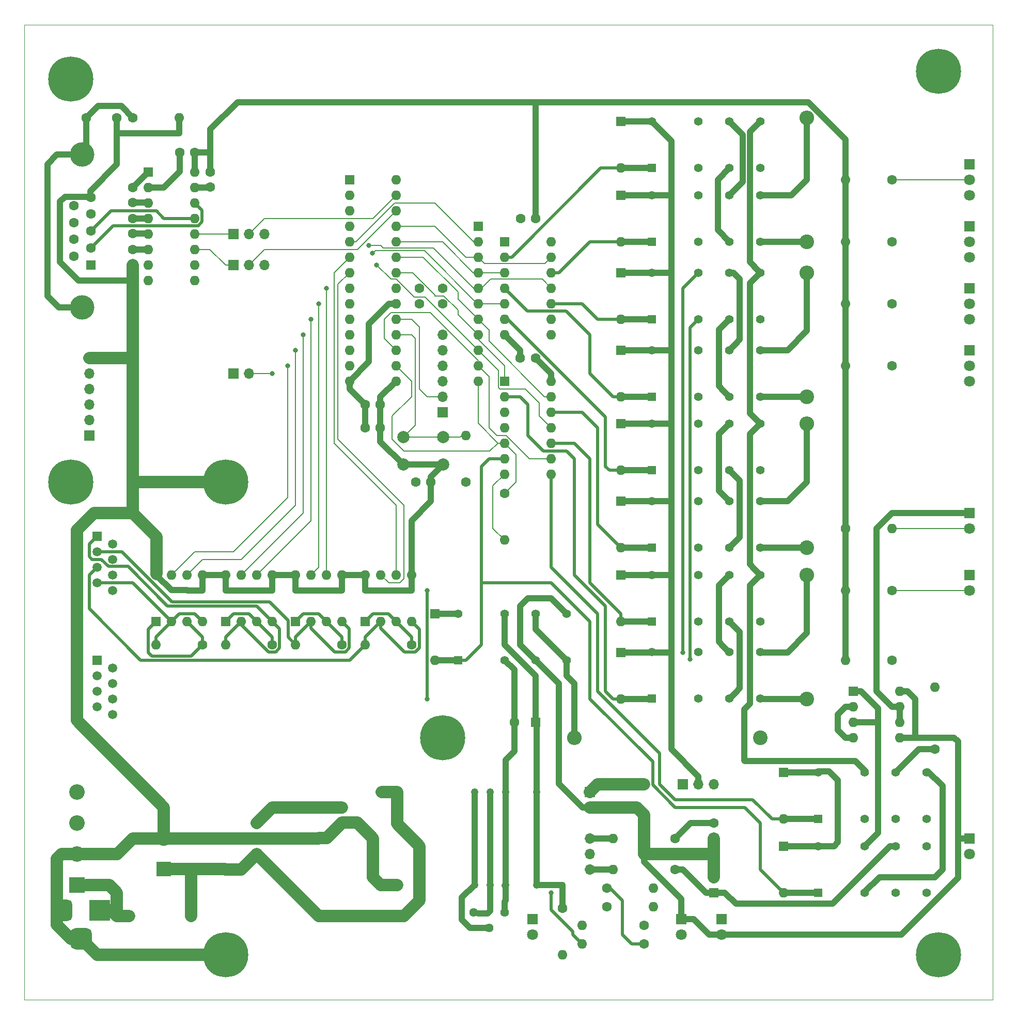
<source format=gbr>
G04 #@! TF.GenerationSoftware,KiCad,Pcbnew,8.0.1*
G04 #@! TF.CreationDate,2024-03-24T02:00:16-07:00*
G04 #@! TF.ProjectId,1d_coinctrl,31645f63-6f69-46e6-9374-726c2e6b6963,4*
G04 #@! TF.SameCoordinates,Original*
G04 #@! TF.FileFunction,Copper,L2,Bot*
G04 #@! TF.FilePolarity,Positive*
%FSLAX46Y46*%
G04 Gerber Fmt 4.6, Leading zero omitted, Abs format (unit mm)*
G04 Created by KiCad (PCBNEW 8.0.1) date 2024-03-24 02:00:16*
%MOMM*%
%LPD*%
G01*
G04 APERTURE LIST*
G04 Aperture macros list*
%AMRoundRect*
0 Rectangle with rounded corners*
0 $1 Rounding radius*
0 $2 $3 $4 $5 $6 $7 $8 $9 X,Y pos of 4 corners*
0 Add a 4 corners polygon primitive as box body*
4,1,4,$2,$3,$4,$5,$6,$7,$8,$9,$2,$3,0*
0 Add four circle primitives for the rounded corners*
1,1,$1+$1,$2,$3*
1,1,$1+$1,$4,$5*
1,1,$1+$1,$6,$7*
1,1,$1+$1,$8,$9*
0 Add four rect primitives between the rounded corners*
20,1,$1+$1,$2,$3,$4,$5,0*
20,1,$1+$1,$4,$5,$6,$7,0*
20,1,$1+$1,$6,$7,$8,$9,0*
20,1,$1+$1,$8,$9,$2,$3,0*%
G04 Aperture macros list end*
G04 #@! TA.AperFunction,ComponentPad*
%ADD10C,1.600000*%
G04 #@! TD*
G04 #@! TA.AperFunction,ComponentPad*
%ADD11R,1.600000X1.600000*%
G04 #@! TD*
G04 #@! TA.AperFunction,ComponentPad*
%ADD12O,1.600000X1.600000*%
G04 #@! TD*
G04 #@! TA.AperFunction,ComponentPad*
%ADD13R,1.800000X1.800000*%
G04 #@! TD*
G04 #@! TA.AperFunction,ComponentPad*
%ADD14C,1.800000*%
G04 #@! TD*
G04 #@! TA.AperFunction,ComponentPad*
%ADD15R,1.500000X1.500000*%
G04 #@! TD*
G04 #@! TA.AperFunction,ComponentPad*
%ADD16C,1.500000*%
G04 #@! TD*
G04 #@! TA.AperFunction,ComponentPad*
%ADD17R,1.700000X1.700000*%
G04 #@! TD*
G04 #@! TA.AperFunction,ComponentPad*
%ADD18O,1.700000X1.700000*%
G04 #@! TD*
G04 #@! TA.AperFunction,ComponentPad*
%ADD19R,1.400000X1.400000*%
G04 #@! TD*
G04 #@! TA.AperFunction,ComponentPad*
%ADD20C,1.400000*%
G04 #@! TD*
G04 #@! TA.AperFunction,ComponentPad*
%ADD21C,1.220000*%
G04 #@! TD*
G04 #@! TA.AperFunction,ComponentPad*
%ADD22C,2.400000*%
G04 #@! TD*
G04 #@! TA.AperFunction,ComponentPad*
%ADD23O,2.400000X2.400000*%
G04 #@! TD*
G04 #@! TA.AperFunction,ComponentPad*
%ADD24C,1.440000*%
G04 #@! TD*
G04 #@! TA.AperFunction,ComponentPad*
%ADD25C,2.000000*%
G04 #@! TD*
G04 #@! TA.AperFunction,ComponentPad*
%ADD26R,1.508000X1.508000*%
G04 #@! TD*
G04 #@! TA.AperFunction,ComponentPad*
%ADD27C,1.508000*%
G04 #@! TD*
G04 #@! TA.AperFunction,ComponentPad*
%ADD28R,2.400000X2.400000*%
G04 #@! TD*
G04 #@! TA.AperFunction,ComponentPad*
%ADD29C,4.000000*%
G04 #@! TD*
G04 #@! TA.AperFunction,ComponentPad*
%ADD30C,7.400000*%
G04 #@! TD*
G04 #@! TA.AperFunction,ComponentPad*
%ADD31R,3.500000X3.500000*%
G04 #@! TD*
G04 #@! TA.AperFunction,ComponentPad*
%ADD32RoundRect,0.750000X-0.750000X-1.000000X0.750000X-1.000000X0.750000X1.000000X-0.750000X1.000000X0*%
G04 #@! TD*
G04 #@! TA.AperFunction,ComponentPad*
%ADD33RoundRect,0.875000X-0.875000X-0.875000X0.875000X-0.875000X0.875000X0.875000X-0.875000X0.875000X0*%
G04 #@! TD*
G04 #@! TA.AperFunction,ComponentPad*
%ADD34R,2.550000X2.550000*%
G04 #@! TD*
G04 #@! TA.AperFunction,ComponentPad*
%ADD35C,2.550000*%
G04 #@! TD*
G04 #@! TA.AperFunction,ViaPad*
%ADD36C,0.800000*%
G04 #@! TD*
G04 #@! TA.AperFunction,Conductor*
%ADD37C,2.000000*%
G04 #@! TD*
G04 #@! TA.AperFunction,Conductor*
%ADD38C,1.000000*%
G04 #@! TD*
G04 #@! TA.AperFunction,Conductor*
%ADD39C,0.200000*%
G04 #@! TD*
G04 #@! TA.AperFunction,Conductor*
%ADD40C,0.500000*%
G04 #@! TD*
G04 #@! TA.AperFunction,Profile*
%ADD41C,0.050000*%
G04 #@! TD*
G04 APERTURE END LIST*
D10*
X157514988Y-138395012D03*
X157514988Y-143395012D03*
D11*
X139734988Y-128235012D03*
D10*
X136234988Y-128235012D03*
X88265000Y-152360000D03*
X88265000Y-147360000D03*
X104174988Y-142205012D03*
X104174988Y-147205012D03*
X111760000Y-76200000D03*
X114260000Y-76200000D03*
X120650000Y-59690000D03*
X120650000Y-57190000D03*
X107984988Y-142205012D03*
X107984988Y-144705012D03*
X139734988Y-45685012D03*
X137234988Y-45685012D03*
D11*
X123224988Y-110455012D03*
D12*
X123224988Y-118075012D03*
D11*
X180374988Y-148555012D03*
D12*
X180374988Y-156175012D03*
D11*
X153704988Y-116805012D03*
D12*
X153704988Y-124425012D03*
D11*
X153704988Y-67275012D03*
D12*
X153704988Y-74895012D03*
D11*
X153704988Y-104105012D03*
D12*
X153704988Y-111725012D03*
D11*
X153704988Y-54575012D03*
D12*
X153704988Y-62195012D03*
D11*
X153704988Y-92040012D03*
D12*
X153704988Y-99660012D03*
D11*
X153704988Y-41875012D03*
D12*
X153704988Y-49495012D03*
D11*
X153704988Y-79340012D03*
D12*
X153704988Y-86960012D03*
D11*
X153704988Y-29810012D03*
D12*
X153704988Y-37430012D03*
D13*
X210854988Y-147285012D03*
D14*
X210854988Y-149825012D03*
D15*
X67818000Y-97755012D03*
D16*
X70358000Y-99025012D03*
X67818000Y-100295012D03*
X70358000Y-101565012D03*
X67818000Y-102835012D03*
X70358000Y-104105012D03*
X67818000Y-105375012D03*
X70358000Y-106645012D03*
D17*
X163864988Y-138395012D03*
D18*
X166404988Y-138395012D03*
X168944988Y-138395012D03*
D15*
X67818000Y-118075012D03*
D16*
X70358000Y-119345012D03*
X67818000Y-120615012D03*
X70358000Y-121885012D03*
X67818000Y-123155012D03*
X70358000Y-124425012D03*
X67818000Y-125695012D03*
X70358000Y-126965012D03*
D19*
X186055000Y-156210000D03*
D20*
X193675000Y-156210000D03*
X198755000Y-156210000D03*
X203835000Y-156210000D03*
X203835000Y-148590000D03*
X198755000Y-148590000D03*
X193675000Y-148590000D03*
X186055000Y-148590000D03*
D19*
X186055000Y-144145000D03*
D20*
X193675000Y-144145000D03*
X198755000Y-144145000D03*
X203835000Y-144145000D03*
X203835000Y-136525000D03*
X198755000Y-136525000D03*
X193675000Y-136525000D03*
X186055000Y-136525000D03*
D19*
X158750000Y-111760000D03*
D20*
X166370000Y-111760000D03*
X171450000Y-111760000D03*
X176530000Y-111760000D03*
X176530000Y-104140000D03*
X171450000Y-104140000D03*
X166370000Y-104140000D03*
X158750000Y-104140000D03*
D19*
X158750000Y-99695000D03*
D20*
X166370000Y-99695000D03*
X171450000Y-99695000D03*
X176530000Y-99695000D03*
X176530000Y-92075000D03*
X171450000Y-92075000D03*
X166370000Y-92075000D03*
X158750000Y-92075000D03*
D19*
X158750000Y-86995000D03*
D20*
X166370000Y-86995000D03*
X171450000Y-86995000D03*
X176530000Y-86995000D03*
X176530000Y-79375000D03*
X171450000Y-79375000D03*
X166370000Y-79375000D03*
X158750000Y-79375000D03*
D19*
X158750000Y-74930000D03*
D20*
X166370000Y-74930000D03*
X171450000Y-74930000D03*
X176530000Y-74930000D03*
X176530000Y-67310000D03*
X171450000Y-67310000D03*
X166370000Y-67310000D03*
X158750000Y-67310000D03*
D19*
X158750000Y-49530000D03*
D20*
X166370000Y-49530000D03*
X171450000Y-49530000D03*
X176530000Y-49530000D03*
X176530000Y-41910000D03*
X171450000Y-41910000D03*
X166370000Y-41910000D03*
X158750000Y-41910000D03*
D19*
X158782500Y-37417500D03*
D20*
X166402500Y-37417500D03*
X171482500Y-37417500D03*
X176562500Y-37417500D03*
X176562500Y-29797500D03*
X171482500Y-29797500D03*
X166402500Y-29797500D03*
X158782500Y-29797500D03*
D19*
X127000000Y-118110000D03*
D20*
X134620000Y-118110000D03*
X139700000Y-118110000D03*
X144780000Y-118110000D03*
X144780000Y-110490000D03*
X139700000Y-110490000D03*
X134620000Y-110490000D03*
X127000000Y-110490000D03*
D21*
X114464988Y-154940000D03*
X117004988Y-154940000D03*
X129704988Y-154940000D03*
X132244988Y-154940000D03*
X134784988Y-154940000D03*
X139864988Y-154940000D03*
X139864988Y-139700000D03*
X134784988Y-139700000D03*
X132244988Y-139700000D03*
X129704988Y-139700000D03*
X117004988Y-139700000D03*
X114464988Y-139700000D03*
D22*
X176564988Y-130775012D03*
D23*
X146084988Y-130775012D03*
D10*
X128270000Y-88900000D03*
D12*
X128270000Y-81280000D03*
D22*
X184184988Y-74895012D03*
D23*
X184184988Y-54575012D03*
D22*
X184184988Y-99660012D03*
D23*
X184184988Y-79340012D03*
D22*
X184184988Y-49495012D03*
D23*
X184184988Y-29175012D03*
D24*
X134605000Y-159430000D03*
X132065000Y-161970000D03*
X129525000Y-159430000D03*
D10*
X198154988Y-118075012D03*
D12*
X190534988Y-118075012D03*
D25*
X118035000Y-81570000D03*
X124535000Y-81570000D03*
X118035000Y-86070000D03*
X124535000Y-86070000D03*
D17*
X148624988Y-139665012D03*
D18*
X148624988Y-142205012D03*
X148624988Y-147285012D03*
X148624988Y-149825012D03*
X148624988Y-152365012D03*
D26*
X93980000Y-149860000D03*
D27*
X93980000Y-147320000D03*
X93980000Y-144780000D03*
D11*
X134654988Y-72355012D03*
D12*
X134654988Y-74895012D03*
X134654988Y-77435012D03*
X134654988Y-79975012D03*
X134654988Y-82515012D03*
X134654988Y-85055012D03*
X134654988Y-87595012D03*
X142274988Y-87595012D03*
X142274988Y-85055012D03*
X142274988Y-82515012D03*
X142274988Y-79975012D03*
X142274988Y-77435012D03*
X142274988Y-74895012D03*
X142274988Y-72355012D03*
D11*
X134654988Y-49495012D03*
D12*
X134654988Y-52035012D03*
X134654988Y-54575012D03*
X134654988Y-57115012D03*
X134654988Y-59655012D03*
X134654988Y-62195012D03*
X134654988Y-64735012D03*
X142274988Y-64735012D03*
X142274988Y-62195012D03*
X142274988Y-59655012D03*
X142274988Y-57115012D03*
X142274988Y-54575012D03*
X142274988Y-52035012D03*
X142274988Y-49495012D03*
D10*
X139694988Y-68545012D03*
X137194988Y-68545012D03*
D19*
X158750000Y-124412500D03*
D20*
X166370000Y-124412500D03*
X171450000Y-124412500D03*
X176530000Y-124412500D03*
X176530000Y-116792500D03*
X171450000Y-116792500D03*
X166370000Y-116792500D03*
X158750000Y-116792500D03*
D11*
X168944988Y-156175012D03*
D10*
X168944988Y-153675012D03*
D11*
X168944988Y-147285012D03*
D10*
X168944988Y-144785012D03*
D28*
X78774988Y-152285012D03*
D22*
X78774988Y-147285012D03*
D10*
X162594988Y-147285012D03*
D12*
X152434988Y-147285012D03*
D10*
X162594988Y-152365012D03*
D12*
X152434988Y-152365012D03*
D13*
X210820000Y-93980000D03*
D14*
X210820000Y-96520000D03*
D19*
X158750000Y-62230000D03*
D20*
X166370000Y-62230000D03*
X171450000Y-62230000D03*
X176530000Y-62230000D03*
X176530000Y-54610000D03*
X171450000Y-54610000D03*
X166370000Y-54610000D03*
X158750000Y-54610000D03*
D11*
X180374988Y-136490012D03*
D12*
X180374988Y-144110012D03*
D10*
X190500000Y-96520000D03*
D12*
X198120000Y-96520000D03*
D10*
X73694988Y-40605012D03*
X73694988Y-43105012D03*
X73694988Y-45685012D03*
X73694988Y-48185012D03*
X83854988Y-34890012D03*
X81354988Y-34890012D03*
X73694988Y-50805012D03*
X73694988Y-53305012D03*
D29*
X65416988Y-35265012D03*
X65416988Y-60265012D03*
D11*
X66836988Y-53305012D03*
D10*
X66836988Y-50535012D03*
X66836988Y-47765012D03*
X66836988Y-44995012D03*
X66836988Y-42225012D03*
X63996988Y-51920012D03*
X63996988Y-49150012D03*
X63996988Y-46380012D03*
X63996988Y-43610012D03*
X73694988Y-29175012D03*
D12*
X81314988Y-29175012D03*
D11*
X76234988Y-38065012D03*
D12*
X76234988Y-40605012D03*
X76234988Y-43145012D03*
X76234988Y-45685012D03*
X76234988Y-48225012D03*
X76234988Y-50765012D03*
X76234988Y-53305012D03*
X76234988Y-55845012D03*
X83854988Y-55845012D03*
X83854988Y-53305012D03*
X83854988Y-50765012D03*
X83854988Y-48225012D03*
X83854988Y-45685012D03*
X83854988Y-43145012D03*
X83854988Y-40605012D03*
X83854988Y-38065012D03*
D10*
X66074988Y-29175012D03*
X71074988Y-29175012D03*
X205139988Y-132680012D03*
D12*
X205139988Y-122520012D03*
D10*
X86394988Y-38065012D03*
X86394988Y-40565012D03*
D30*
X205740000Y-166370000D03*
X63500000Y-22860000D03*
X205740000Y-21555012D03*
X88900000Y-166370000D03*
D10*
X124460000Y-59690000D03*
X124460000Y-57190000D03*
X111760000Y-79990000D03*
X114260000Y-79990000D03*
D30*
X124494988Y-130775012D03*
D10*
X119414988Y-115535012D03*
D12*
X111794988Y-115535012D03*
D10*
X107984988Y-115535012D03*
D12*
X100364988Y-115535012D03*
D11*
X111794988Y-111725012D03*
D12*
X114334988Y-111725012D03*
X116874988Y-111725012D03*
X119414988Y-111725012D03*
X119414988Y-104105012D03*
X116874988Y-104105012D03*
X114334988Y-104105012D03*
X111794988Y-104105012D03*
D11*
X100364988Y-111725012D03*
D12*
X102904988Y-111725012D03*
X105444988Y-111725012D03*
X107984988Y-111725012D03*
X107984988Y-104105012D03*
X105444988Y-104105012D03*
X102904988Y-104105012D03*
X100364988Y-104105012D03*
D11*
X77504988Y-111725012D03*
D12*
X80044988Y-111725012D03*
X82584988Y-111725012D03*
X85124988Y-111725012D03*
X85124988Y-104105012D03*
X82584988Y-104105012D03*
X80044988Y-104105012D03*
X77504988Y-104105012D03*
D10*
X96554988Y-115535012D03*
D12*
X88934988Y-115535012D03*
D10*
X85124988Y-115535012D03*
D12*
X77504988Y-115535012D03*
D11*
X88934988Y-111725012D03*
D12*
X91474988Y-111725012D03*
X94014988Y-111725012D03*
X96554988Y-111725012D03*
X96554988Y-104105012D03*
X94014988Y-104105012D03*
X91474988Y-104105012D03*
X88934988Y-104105012D03*
D10*
X83219988Y-159985012D03*
D12*
X73059988Y-159985012D03*
D30*
X88900000Y-88900000D03*
D13*
X210820000Y-46980000D03*
D14*
X210820000Y-49520000D03*
X210820000Y-52060000D03*
D22*
X184150000Y-124460000D03*
D23*
X184150000Y-104140000D03*
D13*
X210854988Y-36820000D03*
D14*
X210854988Y-39360000D03*
X210854988Y-41900000D03*
D10*
X198154988Y-59690000D03*
D12*
X190534988Y-59690000D03*
D17*
X90170000Y-53340000D03*
D18*
X92710000Y-53340000D03*
X95250000Y-53340000D03*
D10*
X198120000Y-49530000D03*
D12*
X190500000Y-49530000D03*
D13*
X170180000Y-160523000D03*
D14*
X170180000Y-163063000D03*
D10*
X157480000Y-161544000D03*
D12*
X147320000Y-161544000D03*
D13*
X163576000Y-160528000D03*
D14*
X163576000Y-163068000D03*
D11*
X109220000Y-39370000D03*
D12*
X109220000Y-41910000D03*
X109220000Y-44450000D03*
X109220000Y-46990000D03*
X109220000Y-49530000D03*
X109220000Y-52070000D03*
X109220000Y-54610000D03*
X109220000Y-57150000D03*
X109220000Y-59690000D03*
X109220000Y-62230000D03*
X109220000Y-64770000D03*
X109220000Y-67310000D03*
X109220000Y-69850000D03*
X109220000Y-72390000D03*
X116840000Y-72390000D03*
X116840000Y-69850000D03*
X116840000Y-67310000D03*
X116840000Y-64770000D03*
X116840000Y-62230000D03*
X116840000Y-59690000D03*
X116840000Y-57150000D03*
X116840000Y-54610000D03*
X116840000Y-52070000D03*
X116840000Y-49530000D03*
X116840000Y-46990000D03*
X116840000Y-44450000D03*
X116840000Y-41910000D03*
X116840000Y-39370000D03*
D13*
X210820000Y-57150000D03*
D14*
X210820000Y-59690000D03*
X210820000Y-62230000D03*
D10*
X134620000Y-90805000D03*
D12*
X134620000Y-98425000D03*
D10*
X120035000Y-88900000D03*
X122535000Y-88900000D03*
X198120000Y-69850000D03*
D12*
X190500000Y-69850000D03*
D10*
X144145000Y-158750000D03*
D12*
X144145000Y-166370000D03*
D31*
X68230000Y-159062500D03*
D32*
X62230000Y-159062500D03*
D33*
X65230000Y-163762500D03*
D17*
X90170000Y-48260000D03*
D18*
X92710000Y-48260000D03*
X95250000Y-48260000D03*
D13*
X210820000Y-104140000D03*
D14*
X210820000Y-106680000D03*
D17*
X124460000Y-77470000D03*
D18*
X124460000Y-74930000D03*
X124460000Y-72390000D03*
X124460000Y-69850000D03*
X124460000Y-67310000D03*
X124460000Y-64770000D03*
D13*
X139192000Y-160523000D03*
D14*
X139192000Y-163063000D03*
D17*
X90170000Y-71120000D03*
D18*
X92710000Y-71120000D03*
D34*
X64516000Y-154940000D03*
D35*
X64516000Y-149860000D03*
X64516000Y-144780000D03*
X64516000Y-139700000D03*
D10*
X198120000Y-106680000D03*
D12*
X190500000Y-106680000D03*
D10*
X157480000Y-164592000D03*
D12*
X147320000Y-164592000D03*
D10*
X151384000Y-158496000D03*
D12*
X159004000Y-158496000D03*
D13*
X210854988Y-67310000D03*
D14*
X210854988Y-69850000D03*
X210854988Y-72390000D03*
D10*
X198154988Y-39370000D03*
D12*
X190534988Y-39370000D03*
D11*
X130302000Y-46990000D03*
D12*
X130302000Y-49530000D03*
X130302000Y-52070000D03*
X130302000Y-54610000D03*
X130302000Y-57150000D03*
X130302000Y-59690000D03*
X130302000Y-62230000D03*
X130302000Y-64770000D03*
X130302000Y-67310000D03*
X130302000Y-69850000D03*
X130302000Y-72390000D03*
D17*
X66605000Y-81280000D03*
D18*
X66605000Y-78740000D03*
X66605000Y-76200000D03*
X66605000Y-73660000D03*
X66605000Y-71120000D03*
X66605000Y-68580000D03*
D11*
X191780000Y-123200000D03*
D12*
X191780000Y-125740000D03*
X191780000Y-128280000D03*
X191780000Y-130820000D03*
X199400000Y-130820000D03*
X199400000Y-128280000D03*
X199400000Y-125740000D03*
X199400000Y-123200000D03*
D30*
X63500000Y-88900000D03*
D10*
X151384000Y-155448000D03*
D12*
X159004000Y-155448000D03*
D36*
X121954988Y-124425012D03*
X121954988Y-106645012D03*
X163864988Y-116805012D03*
X164994987Y-117935011D03*
X99060000Y-69850000D03*
X100330000Y-67310000D03*
X102870000Y-62230000D03*
X101600000Y-64770000D03*
X104140000Y-59690000D03*
X105444988Y-57184988D03*
X142240000Y-156210000D03*
X96520000Y-71120000D03*
X113665000Y-53340000D03*
X112395000Y-50165000D03*
X113005000Y-51435000D03*
D37*
X120684988Y-157445012D02*
X118144988Y-159985012D01*
X120684988Y-148555012D02*
X120684988Y-157445012D01*
X117004988Y-144875012D02*
X120684988Y-148555012D01*
X114464988Y-139665012D02*
X117004988Y-139665012D01*
X118144988Y-159985012D02*
X104174988Y-159985012D01*
X88854988Y-152285012D02*
X88934988Y-152365012D01*
X88934988Y-152365012D02*
X91474988Y-152365012D01*
X78774988Y-152285012D02*
X83299988Y-152285012D01*
X83219988Y-152365012D02*
X83299988Y-152285012D01*
X83219988Y-159985012D02*
X83219988Y-152365012D01*
X117004988Y-139665012D02*
X117004988Y-144875012D01*
X83299988Y-152285012D02*
X88854988Y-152285012D01*
X104174988Y-159985012D02*
X94014988Y-149825012D01*
X149894988Y-138395012D02*
X157514988Y-138395012D01*
X148624988Y-139665012D02*
X149894988Y-138395012D01*
X91474988Y-152365012D02*
X94014988Y-149825012D01*
D38*
X71074988Y-36875012D02*
X71074988Y-31635012D01*
D37*
X78854988Y-147365012D02*
X78774988Y-147285012D01*
D38*
X137194988Y-68545012D02*
X137194988Y-67275012D01*
D37*
X61214000Y-161474024D02*
X61214000Y-160078500D01*
X61214000Y-160078500D02*
X62230000Y-159062500D01*
D38*
X124535000Y-86070000D02*
X118035000Y-86070000D01*
X119414988Y-106645012D02*
X119414988Y-104105012D01*
X111794988Y-104105012D02*
X109254988Y-104105012D01*
D37*
X168944988Y-149825012D02*
X168944988Y-147285012D01*
D38*
X85124988Y-106645012D02*
X82618884Y-106645012D01*
X208949988Y-153766816D02*
X202096792Y-160620012D01*
X100364988Y-104105012D02*
X96554988Y-104105012D01*
D37*
X73660000Y-68580000D02*
X66605000Y-68580000D01*
X157514988Y-143395012D02*
X157514988Y-149825012D01*
D38*
X143544988Y-138327093D02*
X147422907Y-142205012D01*
X139734988Y-118075012D02*
X137194988Y-115535012D01*
D37*
X73660000Y-68580000D02*
X73694988Y-68614988D01*
X93934988Y-147365012D02*
X94014988Y-147285012D01*
D38*
X208949988Y-147285012D02*
X210854988Y-147285012D01*
X143544988Y-121885012D02*
X143544988Y-138327093D01*
X66709988Y-42098012D02*
X66709988Y-41240012D01*
D37*
X73694988Y-53305012D02*
X73694988Y-68545012D01*
D38*
X118035000Y-86070000D02*
X114260000Y-82295000D01*
X66740988Y-42129012D02*
X66836988Y-42225012D01*
X114260000Y-74970000D02*
X116840000Y-72390000D01*
X114260000Y-79990000D02*
X114260000Y-76200000D01*
X64804988Y-55845012D02*
X61774987Y-52815011D01*
D37*
X61214000Y-161474024D02*
X63502476Y-163762500D01*
X73694988Y-93945012D02*
X67344988Y-93945012D01*
X67344988Y-93945012D02*
X64516000Y-96774000D01*
D38*
X71154988Y-31715012D02*
X71074988Y-31635012D01*
X202096792Y-160620012D02*
X202091988Y-160620012D01*
D37*
X73694988Y-147285012D02*
X71120000Y-149860000D01*
D38*
X96554988Y-104105012D02*
X96554988Y-106645012D01*
D39*
X132715000Y-96520000D02*
X132715000Y-89535000D01*
D38*
X137194988Y-67275012D02*
X134654988Y-64735012D01*
X114260000Y-82295000D02*
X114260000Y-79990000D01*
X119414988Y-95215012D02*
X122555000Y-92075000D01*
X85124988Y-104105012D02*
X85124988Y-106645012D01*
D37*
X78774988Y-147285012D02*
X73694988Y-147285012D01*
X73694988Y-93945012D02*
X77606608Y-97856632D01*
D38*
X199649000Y-163063000D02*
X168143000Y-163063000D01*
D37*
X105484988Y-147205012D02*
X107984988Y-144705012D01*
D38*
X165608000Y-160528000D02*
X163576000Y-160528000D01*
D37*
X114464988Y-154905012D02*
X117004988Y-154905012D01*
D38*
X109254988Y-104105012D02*
X107984988Y-104105012D01*
X73694988Y-55845012D02*
X64804988Y-55845012D01*
D39*
X132715000Y-89535000D02*
X134654988Y-87595012D01*
D37*
X73694988Y-68545012D02*
X73660000Y-68580000D01*
D38*
X157514988Y-151164988D02*
X157514988Y-149825012D01*
X100364988Y-106645012D02*
X107984988Y-106645012D01*
X202091988Y-160620012D02*
X199649000Y-163063000D01*
D37*
X64516000Y-127946024D02*
X78774988Y-142205012D01*
D38*
X66709988Y-41240012D02*
X71074988Y-36875012D01*
X122535000Y-88900000D02*
X122535000Y-88070000D01*
X201920000Y-130820000D02*
X199400000Y-130820000D01*
X111794988Y-106645012D02*
X119414988Y-106645012D01*
D37*
X73694988Y-68614988D02*
X73694988Y-88900000D01*
D38*
X138464988Y-107915012D02*
X142274988Y-107915012D01*
X208949988Y-131410012D02*
X208949988Y-153766816D01*
D37*
X94014988Y-147285012D02*
X104094988Y-147285012D01*
D38*
X61774987Y-42909211D02*
X62555186Y-42129012D01*
D37*
X65230000Y-163762500D02*
X67837500Y-166370000D01*
X73694988Y-78774988D02*
X73694988Y-93945012D01*
X113064988Y-153635012D02*
X114334988Y-154905012D01*
D38*
X61774987Y-52815011D02*
X61774987Y-42909211D01*
X114260000Y-76200000D02*
X114260000Y-74970000D01*
X163576000Y-157226000D02*
X157514988Y-151164988D01*
X81314988Y-31715012D02*
X71154988Y-31715012D01*
D37*
X110484988Y-144705012D02*
X113064988Y-147285012D01*
D38*
X88934988Y-104105012D02*
X85124988Y-104105012D01*
D37*
X63502476Y-163762500D02*
X65230000Y-163762500D01*
D38*
X122555000Y-92075000D02*
X122535000Y-92055000D01*
D37*
X114334988Y-154905012D02*
X114464988Y-154905012D01*
X71120000Y-149860000D02*
X61976000Y-149860000D01*
X104174988Y-147205012D02*
X105484988Y-147205012D01*
X73694988Y-88900000D02*
X88900000Y-88900000D01*
D38*
X137194988Y-109185012D02*
X138464988Y-107915012D01*
X82601936Y-106628064D02*
X80028040Y-106628064D01*
X83854988Y-40605012D02*
X86354988Y-40605012D01*
X96554988Y-106645012D02*
X88934988Y-106645012D01*
X137194988Y-115535012D02*
X137194988Y-109185012D01*
D37*
X104094988Y-147285012D02*
X104174988Y-147205012D01*
X156324988Y-142205012D02*
X157514988Y-143395012D01*
D38*
X111794988Y-106645012D02*
X111794988Y-104105012D01*
D37*
X113064988Y-147285012D02*
X113064988Y-153635012D01*
X61976000Y-149860000D02*
X61214000Y-150622000D01*
D38*
X107984988Y-106645012D02*
X107984988Y-104105012D01*
X142274988Y-107915012D02*
X144814988Y-110455012D01*
X208270000Y-130820000D02*
X208314988Y-130775012D01*
X208314988Y-130775012D02*
X208949988Y-131410012D01*
X139734988Y-118075012D02*
X143544988Y-121885012D01*
X81314988Y-29175012D02*
X81314988Y-31715012D01*
X201920000Y-130820000D02*
X208270000Y-130820000D01*
D37*
X88934988Y-147365012D02*
X93934988Y-147365012D01*
D38*
X168143000Y-163063000D02*
X165608000Y-160528000D01*
D37*
X67837500Y-166370000D02*
X88900000Y-166370000D01*
D38*
X119414988Y-104105012D02*
X119414988Y-95215012D01*
X100364988Y-106645012D02*
X100364988Y-104105012D01*
X163576000Y-160528000D02*
X163576000Y-157226000D01*
X122535000Y-92055000D02*
X122535000Y-88900000D01*
X80028040Y-106628064D02*
X77504988Y-104105012D01*
X201930000Y-130810000D02*
X201930000Y-124460000D01*
X147422907Y-142205012D02*
X148624988Y-142205012D01*
X66836988Y-42225012D02*
X66709988Y-42098012D01*
D37*
X64516000Y-96774000D02*
X64516000Y-127946024D01*
D38*
X62555186Y-42129012D02*
X66740988Y-42129012D01*
D37*
X77606608Y-97856632D02*
X77606608Y-104003392D01*
D38*
X201930000Y-124460000D02*
X200670000Y-123200000D01*
X122535000Y-88070000D02*
X124535000Y-86070000D01*
X88934988Y-106645012D02*
X88934988Y-104105012D01*
X201920000Y-130820000D02*
X201930000Y-130810000D01*
D37*
X107984988Y-144705012D02*
X110484988Y-144705012D01*
X168944988Y-149825012D02*
X168944988Y-153675012D01*
X157514988Y-149825012D02*
X168944988Y-149825012D01*
D38*
X82618884Y-106645012D02*
X82601936Y-106628064D01*
D37*
X61214000Y-150622000D02*
X61214000Y-161474024D01*
D39*
X134620000Y-98425000D02*
X132715000Y-96520000D01*
D38*
X86354988Y-40605012D02*
X86394988Y-40565012D01*
X200670000Y-123200000D02*
X199400000Y-123200000D01*
D37*
X78774988Y-142205012D02*
X78774988Y-147285012D01*
D38*
X71074988Y-29175012D02*
X71074988Y-31635012D01*
D37*
X148624988Y-142205012D02*
X156324988Y-142205012D01*
X88934988Y-147365012D02*
X78854988Y-147365012D01*
D38*
X144145000Y-154940000D02*
X144145000Y-158750000D01*
X139734988Y-128235012D02*
X139864988Y-128365012D01*
X134654988Y-111869225D02*
X134654988Y-110455012D01*
X139734988Y-120639010D02*
X134654988Y-115559010D01*
X139864988Y-128365012D02*
X139864988Y-154940000D01*
X134654988Y-115559010D02*
X134654988Y-111869225D01*
X139864988Y-154940000D02*
X144145000Y-154940000D01*
X139734988Y-128235012D02*
X139734988Y-120639010D01*
X134784988Y-154905012D02*
X134784988Y-153670000D01*
X134784988Y-157480000D02*
X134784988Y-156210000D01*
X134784988Y-134455012D02*
X136234988Y-133005012D01*
X136234988Y-119655012D02*
X134654988Y-118075012D01*
X136234988Y-133005012D02*
X136234988Y-128235012D01*
X134654988Y-155035012D02*
X134784988Y-154905012D01*
X134784988Y-156210000D02*
X134784988Y-154940000D01*
X134784988Y-153670000D02*
X134784988Y-134455012D01*
X134784988Y-157480000D02*
X134605000Y-157659988D01*
X134605000Y-157659988D02*
X134605000Y-159430000D01*
X134784988Y-153670000D02*
X134784988Y-154940000D01*
X136234988Y-128235012D02*
X136234988Y-119655012D01*
X112395000Y-69215000D02*
X112395000Y-63003630D01*
X142274988Y-72355012D02*
X142274988Y-71125012D01*
X190534988Y-118075012D02*
X190534988Y-32772210D01*
X86394988Y-38065012D02*
X86394988Y-34959988D01*
D37*
X94014988Y-144745012D02*
X96554988Y-142205012D01*
D38*
X86360000Y-31115000D02*
X86360000Y-34925000D01*
X115708630Y-59690000D02*
X116840000Y-59690000D01*
X90839988Y-26635012D02*
X86360000Y-31115000D01*
X149894988Y-26635012D02*
X90839988Y-26635012D01*
X111760000Y-76200000D02*
X111760000Y-79990000D01*
X86394988Y-34959988D02*
X86360000Y-34925000D01*
D37*
X96554988Y-142205012D02*
X104174988Y-142205012D01*
D38*
X83889976Y-34925000D02*
X83854988Y-34890012D01*
X149894988Y-26635012D02*
X139734988Y-26635012D01*
D37*
X104174988Y-142205012D02*
X107984988Y-142205012D01*
D38*
X109220000Y-72390000D02*
X112395000Y-69215000D01*
X184397790Y-26635012D02*
X149894988Y-26635012D01*
X109220000Y-72390000D02*
X109220000Y-73660000D01*
X112395000Y-63003630D02*
X115708630Y-59690000D01*
X142274988Y-71125012D02*
X139694988Y-68545012D01*
X139734988Y-26635012D02*
X139734988Y-45685012D01*
X86360000Y-34925000D02*
X83889976Y-34925000D01*
X83854988Y-34890012D02*
X83854988Y-38065012D01*
X109220000Y-73660000D02*
X111760000Y-76200000D01*
X190534988Y-32772210D02*
X184397790Y-26635012D01*
X76194988Y-50805012D02*
X76234988Y-50765012D01*
X73694988Y-50805012D02*
X76194988Y-50805012D01*
X76194988Y-43105012D02*
X76234988Y-43145012D01*
X73694988Y-43105012D02*
X76194988Y-43105012D01*
D40*
X88934988Y-115535012D02*
X88934988Y-114265012D01*
X88934988Y-114265012D02*
X91474988Y-111725012D01*
X97764989Y-112935013D02*
X96554988Y-111725012D01*
X91474988Y-112245814D02*
X95974187Y-116745013D01*
X97135789Y-116745013D02*
X97764989Y-116115813D01*
X97764989Y-116115813D02*
X97764989Y-112935013D01*
X95974187Y-116745013D02*
X97135789Y-116745013D01*
X91474988Y-111725012D02*
X91474988Y-112245814D01*
X67021012Y-101565012D02*
X68545012Y-101565012D01*
X69705013Y-102725013D02*
X72918189Y-102725013D01*
X72918189Y-102725013D02*
X79378188Y-109185012D01*
X67818000Y-97755012D02*
X66548000Y-99025012D01*
X79378188Y-109185012D02*
X94014988Y-109185012D01*
X68545012Y-101565012D02*
X69705013Y-102725013D01*
X66548000Y-101092000D02*
X67021012Y-101565012D01*
X94014988Y-109185012D02*
X96554988Y-111725012D01*
X66548000Y-99025012D02*
X66548000Y-101092000D01*
X100364988Y-114265012D02*
X102904988Y-111725012D01*
X96079175Y-108525001D02*
X99154987Y-111600813D01*
X109194989Y-116115813D02*
X109194989Y-112935013D01*
X109194989Y-112935013D02*
X107984988Y-111725012D01*
X67818000Y-100295012D02*
X71904186Y-100295012D01*
X102904988Y-112856382D02*
X106793619Y-116745013D01*
X80134175Y-108525001D02*
X96079175Y-108525001D01*
X99154987Y-111600813D02*
X99154987Y-114325011D01*
X106793619Y-116745013D02*
X108565789Y-116745013D01*
X100364988Y-115535012D02*
X100364988Y-114265012D01*
X71904186Y-100295012D02*
X80134175Y-108525001D01*
X99154987Y-114325011D02*
X100364988Y-115535012D01*
X102904988Y-111725012D02*
X102904988Y-112856382D01*
X108565789Y-116745013D02*
X109194989Y-116115813D01*
X66548000Y-109658024D02*
X74964988Y-118075012D01*
X66548000Y-104105012D02*
X66548000Y-109658024D01*
X111794988Y-115535012D02*
X111794988Y-114265012D01*
X120684988Y-112995012D02*
X120684988Y-116055814D01*
X119414988Y-111725012D02*
X120684988Y-112995012D01*
X111794988Y-114265012D02*
X114334988Y-111725012D01*
X114334988Y-112856382D02*
X114334988Y-111725012D01*
X119995789Y-116745013D02*
X118223619Y-116745013D01*
X74964988Y-118075012D02*
X109254988Y-118075012D01*
X120684988Y-116055814D02*
X119995789Y-116745013D01*
X109254988Y-118075012D02*
X111794988Y-115535012D01*
X67818000Y-102835012D02*
X66548000Y-104105012D01*
X118223619Y-116745013D02*
X114334988Y-112856382D01*
X77504988Y-115535012D02*
X77504988Y-114265012D01*
X77504988Y-114265012D02*
X80044988Y-111725012D01*
X83854988Y-110455012D02*
X85124988Y-111725012D01*
X80044988Y-111725012D02*
X81314988Y-110455012D01*
X81314988Y-110455012D02*
X83854988Y-110455012D01*
X73694988Y-105375012D02*
X80044988Y-111725012D01*
X67818000Y-105375012D02*
X73694988Y-105375012D01*
X121954988Y-106645012D02*
X121954988Y-124425012D01*
X163864988Y-57115012D02*
X166404988Y-54575012D01*
X163864988Y-116805012D02*
X163864988Y-57115012D01*
X165134988Y-63465012D02*
X164994987Y-63605013D01*
X166404988Y-62195012D02*
X165134988Y-63465012D01*
X164994987Y-63605013D02*
X164994987Y-117935011D01*
D39*
X128270000Y-81280000D02*
X127635000Y-81280000D01*
X120015000Y-79590000D02*
X118035000Y-81570000D01*
X119380000Y-64770000D02*
X120015000Y-65405000D01*
X127345000Y-81570000D02*
X124535000Y-81570000D01*
X127635000Y-81280000D02*
X127345000Y-81570000D01*
X120015000Y-65405000D02*
X120015000Y-79590000D01*
X124535000Y-81570000D02*
X118035000Y-81570000D01*
X116840000Y-64770000D02*
X119380000Y-64770000D01*
D40*
X153924000Y-163068000D02*
X153924000Y-157480000D01*
X151892000Y-155448000D02*
X151384000Y-155448000D01*
X157480000Y-164592000D02*
X155448000Y-164592000D01*
X155448000Y-164592000D02*
X153924000Y-163068000D01*
X153924000Y-157480000D02*
X151892000Y-155448000D01*
D38*
X76234988Y-38065012D02*
X73694988Y-40605012D01*
X73694988Y-48185012D02*
X76194988Y-48185012D01*
X76194988Y-48185012D02*
X76234988Y-48225012D01*
X76234988Y-45685012D02*
X73694988Y-45685012D01*
X59724988Y-58385012D02*
X61604988Y-60265012D01*
X65416988Y-35265012D02*
X61254988Y-35265012D01*
X71789988Y-27270012D02*
X73694988Y-29175012D01*
X59724988Y-36795012D02*
X59724988Y-58385012D01*
X61604988Y-60265012D02*
X65416988Y-60265012D01*
X66074988Y-29175012D02*
X66074988Y-34607012D01*
X66074988Y-34607012D02*
X65416988Y-35265012D01*
X66074988Y-29175012D02*
X67979988Y-27270012D01*
X61254988Y-35265012D02*
X59724988Y-36795012D01*
X67979988Y-27270012D02*
X71789988Y-27270012D01*
X78774988Y-40605012D02*
X76234988Y-40605012D01*
X81354988Y-34890012D02*
X81354988Y-38025012D01*
X81354988Y-38025012D02*
X78774988Y-40605012D01*
D39*
X83820000Y-100330000D02*
X80044988Y-104105012D01*
X99060000Y-69850000D02*
X99060000Y-91440000D01*
X90170000Y-100330000D02*
X83820000Y-100330000D01*
X99060000Y-91440000D02*
X90170000Y-100330000D01*
X100330000Y-92710000D02*
X91440000Y-101600000D01*
X91440000Y-101600000D02*
X85090000Y-101600000D01*
X85090000Y-101600000D02*
X82584988Y-104105012D01*
X100330000Y-67310000D02*
X100330000Y-92710000D01*
X102870000Y-95250000D02*
X94014988Y-104105012D01*
X102870000Y-62230000D02*
X102870000Y-95250000D01*
X101600000Y-93980000D02*
X91474988Y-104105012D01*
X101600000Y-64770000D02*
X101600000Y-93980000D01*
X210820000Y-106680000D02*
X198120000Y-106680000D01*
X210844988Y-39370000D02*
X210854988Y-39360000D01*
X198154988Y-39370000D02*
X210844988Y-39370000D01*
D40*
X66836988Y-50535012D02*
X70476987Y-46895013D01*
X70476987Y-46895013D02*
X84435789Y-46895013D01*
X84435789Y-46895013D02*
X85064989Y-46265813D01*
X85064989Y-44355013D02*
X83854988Y-43145012D01*
X85064989Y-46265813D02*
X85064989Y-44355013D01*
D39*
X104140000Y-59690000D02*
X104140000Y-102870000D01*
X104140000Y-102870000D02*
X102904988Y-104105012D01*
D38*
X161959988Y-116805012D02*
X161959988Y-132680012D01*
X153704988Y-54575012D02*
X158784988Y-54575012D01*
X153704988Y-29810012D02*
X158784988Y-29810012D01*
X158784988Y-116805012D02*
X161959988Y-116805012D01*
X161959988Y-32985012D02*
X161959988Y-41875012D01*
X161959988Y-41875012D02*
X161959988Y-54575012D01*
X158784988Y-29810012D02*
X161959988Y-32985012D01*
X158784988Y-79340012D02*
X153704988Y-79340012D01*
X187794989Y-136290013D02*
X186189989Y-136290013D01*
X180374988Y-148555012D02*
X188629988Y-148555012D01*
X161959988Y-54575012D02*
X161959988Y-67275012D01*
X186189989Y-136290013D02*
X185989990Y-136490012D01*
X189264988Y-137760012D02*
X187794989Y-136290013D01*
X161959988Y-116805012D02*
X161959988Y-104105012D01*
X153704988Y-41875012D02*
X158784988Y-41875012D01*
X158784988Y-104105012D02*
X153704988Y-104105012D01*
X158784988Y-54575012D02*
X161959988Y-54575012D01*
X185989990Y-136490012D02*
X180374988Y-136490012D01*
X161959988Y-92040012D02*
X161959988Y-104105012D01*
X166404988Y-138395012D02*
X166404988Y-137125012D01*
X158784988Y-116805012D02*
X153704988Y-116805012D01*
X161959988Y-79340012D02*
X161959988Y-92040012D01*
X189264988Y-147920012D02*
X189264988Y-137760012D01*
X158784988Y-92040012D02*
X161959988Y-92040012D01*
X158784988Y-104105012D02*
X161959988Y-104105012D01*
X127034988Y-110455012D02*
X123224988Y-110455012D01*
X161959988Y-67275012D02*
X161959988Y-79340012D01*
X158784988Y-92040012D02*
X153704988Y-92040012D01*
X158784988Y-67275012D02*
X153704988Y-67275012D01*
X158784988Y-67275012D02*
X161959988Y-67275012D01*
X158784988Y-79340012D02*
X161959988Y-79340012D01*
X166404988Y-137125012D02*
X161959988Y-132680012D01*
X188629988Y-148555012D02*
X189264988Y-147920012D01*
X158784988Y-41875012D02*
X161959988Y-41875012D01*
D40*
X119414988Y-114265012D02*
X116874988Y-111725012D01*
X113064988Y-110455012D02*
X115604988Y-110455012D01*
X115604988Y-110455012D02*
X116874988Y-111725012D01*
X119414988Y-115535012D02*
X119414988Y-114265012D01*
X111794988Y-111725012D02*
X113064988Y-110455012D01*
D38*
X167674988Y-156175012D02*
X168944988Y-156175012D01*
X172559990Y-157990014D02*
X188382987Y-157990014D01*
X197783001Y-148590000D02*
X198755000Y-148590000D01*
X188382987Y-157990014D02*
X197783001Y-148590000D01*
X168944988Y-156175012D02*
X170744988Y-156175012D01*
X162594988Y-152365012D02*
X163864988Y-152365012D01*
X170744988Y-156175012D02*
X172559990Y-157990014D01*
X163864988Y-152365012D02*
X167674988Y-156175012D01*
X165134988Y-144745012D02*
X165174988Y-144785012D01*
X165174988Y-144785012D02*
X168944988Y-144785012D01*
X162594988Y-147285012D02*
X165134988Y-144745012D01*
D40*
X148624988Y-111725012D02*
X142274988Y-105375012D01*
X158924999Y-134725023D02*
X148624988Y-124425012D01*
X162594988Y-142205012D02*
X158924999Y-138535023D01*
X148624988Y-124425012D02*
X148624988Y-111725012D01*
D38*
X180409976Y-156210000D02*
X186109976Y-156210000D01*
D40*
X134654988Y-85055012D02*
X132114988Y-85055012D01*
X130844988Y-86325012D02*
X130844988Y-105375012D01*
X128304988Y-118075012D02*
X127034988Y-118075012D01*
X130844988Y-115535012D02*
X128304988Y-118075012D01*
X130844988Y-105375012D02*
X130844988Y-115535012D01*
X176564988Y-152365012D02*
X176564988Y-144745012D01*
D38*
X180374988Y-156175012D02*
X180409976Y-156210000D01*
D40*
X158924999Y-138535023D02*
X158924999Y-134725023D01*
X174024988Y-142205012D02*
X162594988Y-142205012D01*
X180374988Y-156175012D02*
X176564988Y-152365012D01*
X132114988Y-85055012D02*
X130844988Y-86325012D01*
X130844988Y-105375012D02*
X142274988Y-105375012D01*
D38*
X127034988Y-118075012D02*
X123224988Y-118075012D01*
D40*
X176564988Y-144745012D02*
X174024988Y-142205012D01*
D38*
X198120000Y-93980000D02*
X210820000Y-93980000D01*
X195614988Y-96485012D02*
X198120000Y-93980000D01*
X195614988Y-121885012D02*
X195614988Y-96485012D01*
X195580000Y-121920000D02*
X195614988Y-121885012D01*
X199400000Y-125740000D02*
X198130000Y-125740000D01*
X199400000Y-125740000D02*
X199400000Y-128280000D01*
X195580000Y-123190000D02*
X195580000Y-121920000D01*
X198130000Y-125740000D02*
X195580000Y-123190000D01*
D40*
X162594988Y-140935012D02*
X175294988Y-140935012D01*
X149894988Y-123155012D02*
X160054988Y-133315012D01*
X160054988Y-133315012D02*
X160054988Y-138395012D01*
X160054988Y-138395012D02*
X162594988Y-140935012D01*
X149894988Y-110455012D02*
X149894988Y-123155012D01*
X142274988Y-102835012D02*
X149894988Y-110455012D01*
D38*
X180374988Y-144110012D02*
X185989990Y-144110012D01*
X185989990Y-144110012D02*
X186189989Y-143910013D01*
D40*
X142274988Y-87595012D02*
X142274988Y-102835012D01*
X175294988Y-140935012D02*
X178469988Y-144110012D01*
X178469988Y-144110012D02*
X180374988Y-144110012D01*
X141004988Y-83785012D02*
X138464988Y-81245012D01*
X151164988Y-123155012D02*
X151164988Y-109185012D01*
X151164988Y-109185012D02*
X146084988Y-104105012D01*
X138464988Y-76165012D02*
X137194988Y-74895012D01*
X146084988Y-85055012D02*
X144814988Y-83785012D01*
X144814988Y-83785012D02*
X141004988Y-83785012D01*
X137194988Y-74895012D02*
X134654988Y-74895012D01*
X152434988Y-124425012D02*
X151164988Y-123155012D01*
D38*
X158784988Y-124425012D02*
X153704988Y-124425012D01*
D40*
X138464988Y-81245012D02*
X138464988Y-76165012D01*
X146084988Y-104105012D02*
X146084988Y-85055012D01*
X153704988Y-124425012D02*
X152434988Y-124425012D01*
X148624988Y-71085012D02*
X148624988Y-64735012D01*
X152434988Y-74895012D02*
X148624988Y-71085012D01*
X144754989Y-60865013D02*
X138404989Y-60865013D01*
X153704988Y-74895012D02*
X152434988Y-74895012D01*
X138404989Y-60865013D02*
X134654988Y-57115012D01*
D38*
X158784988Y-74895012D02*
X153704988Y-74895012D01*
D40*
X148624988Y-64735012D02*
X144754989Y-60865013D01*
X146084988Y-82515012D02*
X142274988Y-82515012D01*
X153704988Y-111725012D02*
X153704988Y-110455012D01*
X153704988Y-110455012D02*
X148624988Y-105375012D01*
X148624988Y-105375012D02*
X148624988Y-85055012D01*
X148624988Y-85055012D02*
X146084988Y-82515012D01*
D38*
X158784988Y-111725012D02*
X153704988Y-111725012D01*
D40*
X149894988Y-62195012D02*
X153704988Y-62195012D01*
X142274988Y-59655012D02*
X147354988Y-59655012D01*
X147354988Y-59655012D02*
X149894988Y-62195012D01*
D38*
X158784988Y-62195012D02*
X153704988Y-62195012D01*
D40*
X149894988Y-79975012D02*
X149894988Y-95850012D01*
X142274988Y-77435012D02*
X147354988Y-77435012D01*
X149894988Y-95850012D02*
X153704988Y-99660012D01*
D38*
X158784988Y-99660012D02*
X153704988Y-99660012D01*
D40*
X147354988Y-77435012D02*
X149894988Y-79975012D01*
X143544988Y-54575012D02*
X148624988Y-49495012D01*
X148624988Y-49495012D02*
X153704988Y-49495012D01*
D38*
X158784988Y-49495012D02*
X153704988Y-49495012D01*
D40*
X142274988Y-54575012D02*
X143544988Y-54575012D01*
X151164988Y-86325012D02*
X151164988Y-78224210D01*
D38*
X158784988Y-86960012D02*
X153704988Y-86960012D01*
D40*
X151164988Y-78224210D02*
X135135790Y-62195012D01*
X153704988Y-86960012D02*
X151799988Y-86960012D01*
X135135790Y-62195012D02*
X134654988Y-62195012D01*
X151799988Y-86960012D02*
X151164988Y-86325012D01*
X135786358Y-52035012D02*
X150391358Y-37430012D01*
X134654988Y-52035012D02*
X135786358Y-52035012D01*
D38*
X153704988Y-37430012D02*
X158784988Y-37430012D01*
D40*
X150391358Y-37430012D02*
X153704988Y-37430012D01*
D38*
X193675000Y-156083000D02*
X196122988Y-153635012D01*
X196122988Y-153635012D02*
X205139988Y-153635012D01*
X205139988Y-153635012D02*
X206409988Y-152365012D01*
X206409988Y-152365012D02*
X206409988Y-138730012D01*
X193675000Y-156210000D02*
X193675000Y-156083000D01*
X206409988Y-138730012D02*
X203969989Y-136290013D01*
X175564989Y-103105013D02*
X176564988Y-104105012D01*
X173954998Y-134515022D02*
X173954998Y-126151002D01*
X174029988Y-134590012D02*
X173954998Y-134515022D01*
X174864987Y-105805013D02*
X176564988Y-104105012D01*
X174864987Y-56275013D02*
X174864987Y-77640011D01*
X174864987Y-102405011D02*
X175564989Y-103105013D01*
X192109988Y-134590012D02*
X174029988Y-134590012D01*
X176564988Y-79340012D02*
X174864987Y-81040013D01*
X175564989Y-53575013D02*
X176564988Y-54575012D01*
X174864987Y-77640011D02*
X175564989Y-78340013D01*
X193809989Y-136290013D02*
X192109988Y-134590012D01*
X176564988Y-29810012D02*
X174864987Y-31510013D01*
X176564988Y-54575012D02*
X174864987Y-56275013D01*
X174864987Y-125241013D02*
X174864987Y-105805013D01*
X173954998Y-126151002D02*
X174864987Y-125241013D01*
X174864987Y-31510013D02*
X174864987Y-52875011D01*
X175564989Y-78340013D02*
X176564988Y-79340012D01*
X174864987Y-52875011D02*
X176564988Y-54575012D01*
X174864987Y-81040013D02*
X174864987Y-102405011D01*
D39*
X105444988Y-57184988D02*
X105410000Y-57150000D01*
X105444988Y-104105012D02*
X105444988Y-57184988D01*
X118110000Y-104775000D02*
X118110000Y-92710000D01*
X107315000Y-56515000D02*
X109220000Y-54610000D01*
X118110000Y-92710000D02*
X107315000Y-81915000D01*
X107315000Y-81915000D02*
X107315000Y-56515000D01*
X115639976Y-105410000D02*
X117475000Y-105410000D01*
X114334988Y-104105012D02*
X115639976Y-105410000D01*
X117475000Y-105410000D02*
X118110000Y-104775000D01*
X116874988Y-92744988D02*
X106680000Y-82550000D01*
X106680000Y-82550000D02*
X106680000Y-54610000D01*
X116874988Y-104105012D02*
X116874988Y-92744988D01*
X106680000Y-54610000D02*
X109220000Y-52070000D01*
D40*
X78774988Y-45685012D02*
X77564987Y-44475011D01*
X83854988Y-45685012D02*
X78774988Y-45685012D01*
X70126989Y-44475011D02*
X66836988Y-47765012D01*
X77564987Y-44475011D02*
X70126989Y-44475011D01*
D38*
X172484987Y-123425013D02*
X171484988Y-124425012D01*
X173184989Y-113425013D02*
X173184989Y-122725011D01*
X171484988Y-111725012D02*
X173184989Y-113425013D01*
X173184989Y-122725011D02*
X172484987Y-123425013D01*
X170484989Y-115805013D02*
X171484988Y-116805012D01*
X169784987Y-115105011D02*
X170484989Y-115805013D01*
X169784987Y-105805013D02*
X169784987Y-115105011D01*
X171484988Y-104105012D02*
X169784987Y-105805013D01*
X181009988Y-92040012D02*
X184184988Y-88865012D01*
X176564988Y-92040012D02*
X181009988Y-92040012D01*
X184184988Y-88865012D02*
X184184988Y-79340012D01*
X176564988Y-99660012D02*
X184184988Y-99660012D01*
D40*
X107984988Y-114265012D02*
X105444988Y-111725012D01*
X107984988Y-115535012D02*
X107984988Y-114265012D01*
X104174988Y-110455012D02*
X105444988Y-111725012D01*
X100364988Y-111725012D02*
X101634988Y-110455012D01*
X101634988Y-110455012D02*
X104174988Y-110455012D01*
D38*
X176564988Y-74895012D02*
X184184988Y-74895012D01*
D39*
X210820000Y-96520000D02*
X198120000Y-96520000D01*
D37*
X73059988Y-159985012D02*
X71085012Y-159985012D01*
X70162500Y-159062500D02*
X68230000Y-159062500D01*
X71085012Y-156175012D02*
X69850000Y-154940000D01*
X71085012Y-159985012D02*
X71085012Y-156175012D01*
X71085012Y-159985012D02*
X70162500Y-159062500D01*
X69850000Y-154940000D02*
X66040000Y-154940000D01*
D40*
X145796000Y-163068000D02*
X147320000Y-164592000D01*
X145796000Y-162560000D02*
X145796000Y-163068000D01*
X142240000Y-156210000D02*
X142240000Y-159004000D01*
X142240000Y-159004000D02*
X145796000Y-162560000D01*
D39*
X116840000Y-41910000D02*
X113030000Y-45720000D01*
X92710000Y-48260000D02*
X95250000Y-45720000D01*
X95250000Y-45720000D02*
X113030000Y-45720000D01*
D38*
X181009988Y-67275012D02*
X184184988Y-64100012D01*
X184184988Y-64100012D02*
X184184988Y-54575012D01*
X176564988Y-67275012D02*
X181009988Y-67275012D01*
D40*
X96554988Y-114265012D02*
X94014988Y-111725012D01*
X96554988Y-115535012D02*
X96554988Y-114265012D01*
X88934988Y-111725012D02*
X90204988Y-110455012D01*
X92744988Y-110455012D02*
X94014988Y-111725012D01*
X90204988Y-110455012D02*
X92744988Y-110455012D01*
D39*
X92710000Y-71120000D02*
X96520000Y-71120000D01*
X116840000Y-62230000D02*
X119380000Y-62230000D01*
X119380000Y-62230000D02*
X120650000Y-63500000D01*
X121920000Y-74930000D02*
X124460000Y-74930000D01*
X120650000Y-63500000D02*
X120650000Y-73660000D01*
X120650000Y-73660000D02*
X121920000Y-74930000D01*
X95284988Y-50765012D02*
X92710000Y-53340000D01*
X116840000Y-44450000D02*
X110524988Y-50765012D01*
X110524988Y-50765012D02*
X95284988Y-50765012D01*
D38*
X176564988Y-49495012D02*
X184184988Y-49495012D01*
X176564988Y-41875012D02*
X181644988Y-41875012D01*
X181644988Y-41875012D02*
X184184988Y-39335012D01*
X184184988Y-39335012D02*
X184184988Y-29175012D01*
X171484988Y-37430012D02*
X169579988Y-39335012D01*
X169579988Y-47590012D02*
X171484988Y-49495012D01*
X169579988Y-47590012D02*
X169579988Y-39335012D01*
D40*
X85124988Y-114265012D02*
X82584988Y-111725012D01*
X85124988Y-115535012D02*
X85124988Y-114265012D01*
X77504988Y-111725012D02*
X76234988Y-112995012D01*
X83244999Y-117415001D02*
X85124988Y-115535012D01*
X76844977Y-117415001D02*
X83244999Y-117415001D01*
X76234988Y-116805012D02*
X76844977Y-117415001D01*
X76234988Y-112995012D02*
X76234988Y-116805012D01*
D38*
X144814988Y-118075012D02*
X144814988Y-120615012D01*
X139734988Y-110455012D02*
X139734988Y-112995012D01*
X139734988Y-112995012D02*
X144814988Y-118075012D01*
X144814988Y-120615012D02*
X146084988Y-121885012D01*
X146084988Y-121885012D02*
X146084988Y-130775012D01*
X176564988Y-124425012D02*
X184184988Y-124425012D01*
X176564988Y-116805012D02*
X181009988Y-116805012D01*
X181009988Y-116805012D02*
X184184988Y-113630012D01*
X184184988Y-113630012D02*
X184184988Y-104105012D01*
X172484987Y-98660013D02*
X171484988Y-99660012D01*
X173184989Y-97960011D02*
X172484987Y-98660013D01*
X173184989Y-88660013D02*
X173184989Y-97960011D01*
X171484988Y-86960012D02*
X173184989Y-88660013D01*
X170484989Y-91040013D02*
X171484988Y-92040012D01*
X169784987Y-90340011D02*
X170484989Y-91040013D01*
X169784987Y-81040013D02*
X169784987Y-90340011D01*
X171484988Y-79340012D02*
X169784987Y-81040013D01*
X172119988Y-54575012D02*
X173184989Y-55640013D01*
X173184989Y-65575011D02*
X172484987Y-66275013D01*
X172484987Y-66275013D02*
X171484988Y-67275012D01*
X173184989Y-55640013D02*
X173184989Y-65575011D01*
X171484988Y-54575012D02*
X172119988Y-54575012D01*
X169784987Y-73195011D02*
X170484989Y-73895013D01*
X171484988Y-62195012D02*
X169784987Y-63895013D01*
X170484989Y-73895013D02*
X171484988Y-74895012D01*
X169784987Y-63895013D02*
X169784987Y-73195011D01*
X202499990Y-132680012D02*
X205139988Y-132680012D01*
X198889989Y-136290013D02*
X202499990Y-132680012D01*
X195844989Y-146420011D02*
X195844989Y-128005011D01*
X195844989Y-125994989D02*
X193050000Y-123200000D01*
X191780000Y-128280000D02*
X195570000Y-128280000D01*
X193050000Y-123200000D02*
X191780000Y-123200000D01*
X193675000Y-148590000D02*
X195844989Y-146420011D01*
X195570000Y-128280000D02*
X195844989Y-128005011D01*
X195844989Y-128005011D02*
X195844989Y-125994989D01*
X128950000Y-161970000D02*
X132065000Y-161970000D01*
X129704988Y-154940000D02*
X127635000Y-157009988D01*
X127635000Y-160655000D02*
X128950000Y-161970000D01*
X127635000Y-157009988D02*
X127635000Y-160655000D01*
X129704988Y-154940000D02*
X129704988Y-139665012D01*
X171484988Y-29810012D02*
X173664976Y-31990000D01*
X173664976Y-31990000D02*
X173664976Y-39695024D01*
X173664976Y-39695024D02*
X172484987Y-40875013D01*
X172484987Y-40875013D02*
X171484988Y-41875012D01*
X132244988Y-159220012D02*
X131864756Y-159600244D01*
X131864756Y-159600244D02*
X130330244Y-159600244D01*
X132244988Y-139665012D02*
X132244988Y-159220012D01*
X148624988Y-152365012D02*
X152434988Y-152365012D01*
X148624988Y-147285012D02*
X152434988Y-147285012D01*
X190490000Y-125740000D02*
X189230000Y-127000000D01*
X189230000Y-129540000D02*
X190510000Y-130820000D01*
X189230000Y-127000000D02*
X189230000Y-129540000D01*
X191780000Y-125740000D02*
X190490000Y-125740000D01*
X190510000Y-130820000D02*
X191780000Y-130820000D01*
D39*
X133594988Y-73415012D02*
X133839976Y-73660000D01*
X116859067Y-55670000D02*
X119819067Y-58630000D01*
X138039988Y-73660000D02*
X140335000Y-75955012D01*
X119819067Y-58630000D02*
X121622000Y-58630000D01*
X115995000Y-55670000D02*
X116859067Y-55670000D01*
X133594988Y-70602988D02*
X133594988Y-73415012D01*
X133839976Y-73660000D02*
X138039988Y-73660000D01*
X130302000Y-67310000D02*
X133594988Y-70602988D01*
X140335000Y-78035024D02*
X142274988Y-79975012D01*
X121622000Y-58630000D02*
X130302000Y-67310000D01*
X113665000Y-53340000D02*
X115995000Y-55670000D01*
X140335000Y-75955012D02*
X140335000Y-78035024D01*
X136525000Y-84385024D02*
X136525000Y-88900000D01*
X134654988Y-82515012D02*
X136525000Y-84385024D01*
X130302000Y-72390000D02*
X130302000Y-79293394D01*
X116205000Y-81915000D02*
X116205000Y-78105000D01*
X133523618Y-82515012D02*
X132218630Y-83820000D01*
X116205000Y-78105000D02*
X119380000Y-74930000D01*
X118110000Y-83820000D02*
X116205000Y-81915000D01*
X119380000Y-74930000D02*
X119380000Y-72390000D01*
X132218630Y-83820000D02*
X118110000Y-83820000D01*
X136525000Y-88900000D02*
X134620000Y-90805000D01*
X119380000Y-72390000D02*
X116840000Y-69850000D01*
X130302000Y-79293394D02*
X133523618Y-82515012D01*
X133523618Y-82515012D02*
X134654988Y-82515012D01*
X116840000Y-49530000D02*
X124460000Y-49530000D01*
X124460000Y-49530000D02*
X129505012Y-54575012D01*
X129505012Y-54575012D02*
X134654988Y-54575012D01*
X142274988Y-85055012D02*
X138694055Y-85055012D01*
X138694055Y-85055012D02*
X134919043Y-81280000D01*
X122429778Y-61170000D02*
X115995000Y-61170000D01*
X133350000Y-81280000D02*
X132080000Y-80010000D01*
X114935000Y-62230000D02*
X114935000Y-65405000D01*
X130302000Y-69042222D02*
X122429778Y-61170000D01*
X114935000Y-65405000D02*
X116840000Y-67310000D01*
X132080000Y-80010000D02*
X132080000Y-71628000D01*
X132080000Y-71628000D02*
X130302000Y-69850000D01*
X115995000Y-61170000D02*
X114935000Y-62230000D01*
X134919043Y-81280000D02*
X133350000Y-81280000D01*
X132080000Y-64008000D02*
X130302000Y-62230000D01*
X127000000Y-57785000D02*
X121285000Y-52070000D01*
X132080000Y-65831394D02*
X132080000Y-64008000D01*
X141143618Y-74895012D02*
X132080000Y-65831394D01*
X121285000Y-52070000D02*
X116840000Y-52070000D01*
X127000000Y-58928000D02*
X130302000Y-62230000D01*
X142274988Y-74895012D02*
X141143618Y-74895012D01*
X127000000Y-57785000D02*
X127000000Y-58928000D01*
X134654988Y-69884988D02*
X130302000Y-65532000D01*
X124689067Y-58420000D02*
X127000000Y-60730933D01*
X123190000Y-58420000D02*
X124689067Y-58420000D01*
X123190000Y-58230933D02*
X123190000Y-58420000D01*
X119569067Y-54610000D02*
X123190000Y-58230933D01*
X116840000Y-54610000D02*
X119569067Y-54610000D01*
X134654988Y-72355012D02*
X134654988Y-69884988D01*
X127000000Y-60730933D02*
X127000000Y-61468000D01*
X127000000Y-61468000D02*
X130302000Y-64770000D01*
X130302000Y-65532000D02*
X130302000Y-64770000D01*
X142274988Y-52035012D02*
X141214988Y-53095012D01*
X130302000Y-52070000D02*
X128270000Y-52070000D01*
X131327012Y-53095012D02*
X130302000Y-52070000D01*
X128270000Y-52070000D02*
X123190000Y-46990000D01*
X123190000Y-46990000D02*
X116840000Y-46990000D01*
X141214988Y-53095012D02*
X131327012Y-53095012D01*
X122980000Y-50590000D02*
X114725000Y-50590000D01*
X132324988Y-55635012D02*
X130810000Y-57150000D01*
X130810000Y-57150000D02*
X130302000Y-57150000D01*
X142274988Y-57115012D02*
X140794988Y-55635012D01*
X114725000Y-50590000D02*
X114300000Y-50165000D01*
X114300000Y-50165000D02*
X112395000Y-50165000D01*
X129540000Y-57150000D02*
X122980000Y-50590000D01*
X140794988Y-55635012D02*
X132324988Y-55635012D01*
X130302000Y-57150000D02*
X129540000Y-57150000D01*
X116610933Y-43180000D02*
X123190000Y-43180000D01*
X123190000Y-43180000D02*
X129540000Y-49530000D01*
X110260933Y-49530000D02*
X116610933Y-43180000D01*
X109220000Y-49530000D02*
X110260933Y-49530000D01*
X129540000Y-49530000D02*
X130302000Y-49530000D01*
X113430000Y-51010000D02*
X121495000Y-51010000D01*
X130336988Y-59655012D02*
X134654988Y-59655012D01*
X121495000Y-51010000D02*
X130175000Y-59690000D01*
X130302000Y-59690000D02*
X130336988Y-59655012D01*
X130175000Y-59690000D02*
X130302000Y-59690000D01*
X113005000Y-51435000D02*
X113430000Y-51010000D01*
X83889976Y-48260000D02*
X83854988Y-48225012D01*
X90170000Y-48260000D02*
X83889976Y-48260000D01*
X90170000Y-53340000D02*
X88900000Y-53340000D01*
X88900000Y-53340000D02*
X86325012Y-50765012D01*
X86325012Y-50765012D02*
X83854988Y-50765012D01*
D41*
X214664988Y-173701012D02*
X55914988Y-173701012D01*
X214664988Y-13935012D02*
X214664988Y-173701012D01*
X55914988Y-13935012D02*
X214664988Y-13935012D01*
X55914988Y-173701012D02*
X55914988Y-13935012D01*
M02*

</source>
